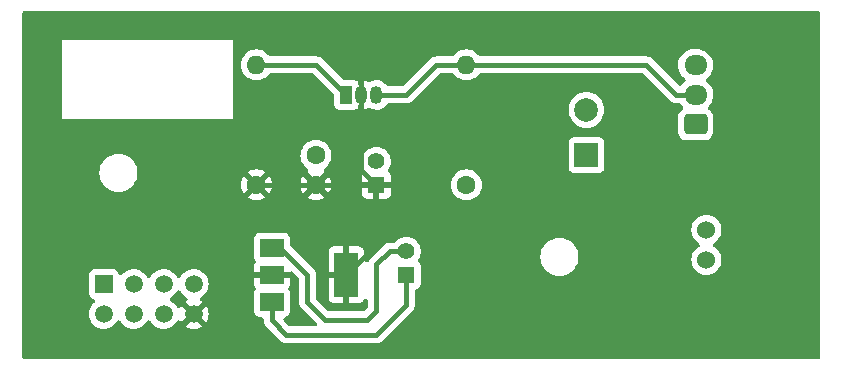
<source format=gbr>
%TF.GenerationSoftware,KiCad,Pcbnew,6.0.6-3a73a75311~116~ubuntu20.04.1*%
%TF.CreationDate,2022-07-22T13:51:24-05:00*%
%TF.ProjectId,esp_ha_integrator,6573705f-6861-45f6-996e-746567726174,rev?*%
%TF.SameCoordinates,PX6a95280PY6350ce0*%
%TF.FileFunction,Copper,L1,Top*%
%TF.FilePolarity,Positive*%
%FSLAX46Y46*%
G04 Gerber Fmt 4.6, Leading zero omitted, Abs format (unit mm)*
G04 Created by KiCad (PCBNEW 6.0.6-3a73a75311~116~ubuntu20.04.1) date 2022-07-22 13:51:24*
%MOMM*%
%LPD*%
G01*
G04 APERTURE LIST*
G04 Aperture macros list*
%AMRoundRect*
0 Rectangle with rounded corners*
0 $1 Rounding radius*
0 $2 $3 $4 $5 $6 $7 $8 $9 X,Y pos of 4 corners*
0 Add a 4 corners polygon primitive as box body*
4,1,4,$2,$3,$4,$5,$6,$7,$8,$9,$2,$3,0*
0 Add four circle primitives for the rounded corners*
1,1,$1+$1,$2,$3*
1,1,$1+$1,$4,$5*
1,1,$1+$1,$6,$7*
1,1,$1+$1,$8,$9*
0 Add four rect primitives between the rounded corners*
20,1,$1+$1,$2,$3,$4,$5,0*
20,1,$1+$1,$4,$5,$6,$7,0*
20,1,$1+$1,$6,$7,$8,$9,0*
20,1,$1+$1,$8,$9,$2,$3,0*%
G04 Aperture macros list end*
%TA.AperFunction,ComponentPad*%
%ADD10R,1.500000X1.500000*%
%TD*%
%TA.AperFunction,ComponentPad*%
%ADD11C,1.500000*%
%TD*%
%TA.AperFunction,ComponentPad*%
%ADD12RoundRect,0.250000X0.725000X-0.600000X0.725000X0.600000X-0.725000X0.600000X-0.725000X-0.600000X0*%
%TD*%
%TA.AperFunction,ComponentPad*%
%ADD13O,1.950000X1.700000*%
%TD*%
%TA.AperFunction,ComponentPad*%
%ADD14C,1.524000*%
%TD*%
%TA.AperFunction,ComponentPad*%
%ADD15R,1.050000X1.500000*%
%TD*%
%TA.AperFunction,ComponentPad*%
%ADD16O,1.050000X1.500000*%
%TD*%
%TA.AperFunction,ComponentPad*%
%ADD17C,1.600000*%
%TD*%
%TA.AperFunction,ComponentPad*%
%ADD18O,1.600000X1.600000*%
%TD*%
%TA.AperFunction,ComponentPad*%
%ADD19R,1.400000X1.400000*%
%TD*%
%TA.AperFunction,ComponentPad*%
%ADD20C,1.400000*%
%TD*%
%TA.AperFunction,ComponentPad*%
%ADD21R,2.000000X2.000000*%
%TD*%
%TA.AperFunction,ComponentPad*%
%ADD22C,2.000000*%
%TD*%
%TA.AperFunction,SMDPad,CuDef*%
%ADD23R,2.000000X1.500000*%
%TD*%
%TA.AperFunction,SMDPad,CuDef*%
%ADD24R,2.000000X3.800000*%
%TD*%
%TA.AperFunction,Conductor*%
%ADD25C,0.400000*%
%TD*%
G04 APERTURE END LIST*
D10*
%TO.P,U1,1,GND*%
%TO.N,GND*%
X7395000Y6840000D03*
D11*
%TO.P,U1,2,IO2*%
%TO.N,DataLow*%
X9935000Y6840000D03*
%TO.P,U1,3,IO0*%
%TO.N,unconnected-(U1-Pad3)*%
X12475000Y6840000D03*
%TO.P,U1,4,RXD*%
%TO.N,unconnected-(U1-Pad4)*%
X15015000Y6840000D03*
%TO.P,U1,5,TXD*%
%TO.N,unconnected-(U1-Pad5)*%
X7395000Y4300000D03*
%TO.P,U1,6,EN*%
%TO.N,unconnected-(U1-Pad6)*%
X9935000Y4300000D03*
%TO.P,U1,7,~{RST}*%
%TO.N,unconnected-(U1-Pad7)*%
X12475000Y4300000D03*
%TO.P,U1,8,VCC*%
%TO.N,+3V3*%
X15015000Y4300000D03*
%TD*%
D12*
%TO.P,J2,1,Pin_1*%
%TO.N,+5V*%
X57510000Y20360000D03*
D13*
%TO.P,J2,2,Pin_2*%
%TO.N,DataHigh*%
X57510000Y22860000D03*
%TO.P,J2,3,Pin_3*%
%TO.N,GND*%
X57510000Y25360000D03*
%TD*%
D14*
%TO.P,J1,1,Pin_1*%
%TO.N,GND*%
X58420000Y8900000D03*
%TO.P,J1,2,Pin_2*%
%TO.N,+5V*%
X58420000Y11420000D03*
%TD*%
D15*
%TO.P,Q1,1,S*%
%TO.N,DataLow*%
X27940000Y22860000D03*
D16*
%TO.P,Q1,2,G*%
%TO.N,+3V3*%
X29210000Y22860000D03*
%TO.P,Q1,3,D*%
%TO.N,DataHigh*%
X30480000Y22860000D03*
%TD*%
D17*
%TO.P,R2,1*%
%TO.N,+5V*%
X38100000Y15240000D03*
D18*
%TO.P,R2,2*%
%TO.N,DataHigh*%
X38100000Y25400000D03*
%TD*%
D19*
%TO.P,C3,1*%
%TO.N,+5V*%
X33020000Y7620000D03*
D20*
%TO.P,C3,2*%
%TO.N,GND*%
X33020000Y9620000D03*
%TD*%
D17*
%TO.P,C1,1*%
%TO.N,+3V3*%
X25360000Y15240000D03*
%TO.P,C1,2*%
%TO.N,GND*%
X25360000Y17740000D03*
%TD*%
D19*
%TO.P,C2,1*%
%TO.N,+3V3*%
X30480000Y15240000D03*
D20*
%TO.P,C2,2*%
%TO.N,GND*%
X30480000Y17240000D03*
%TD*%
D21*
%TO.P,C4,1*%
%TO.N,+5V*%
X48260000Y17780000D03*
D22*
%TO.P,C4,2*%
%TO.N,GND*%
X48260000Y21580000D03*
%TD*%
D17*
%TO.P,R1,1*%
%TO.N,+3V3*%
X20320000Y15240000D03*
D18*
%TO.P,R1,2*%
%TO.N,DataLow*%
X20320000Y25400000D03*
%TD*%
D23*
%TO.P,U2,1,GND*%
%TO.N,GND*%
X21640000Y9920000D03*
%TO.P,U2,2,VO*%
%TO.N,+3V3*%
X21640000Y7620000D03*
D24*
X27940000Y7620000D03*
D23*
%TO.P,U2,3,VI*%
%TO.N,+5V*%
X21640000Y5320000D03*
%TD*%
D25*
%TO.N,+3V3*%
X25360000Y15240000D02*
X20320000Y15240000D01*
X30480000Y15240000D02*
X30480000Y10160000D01*
X29210000Y21590000D02*
X29210000Y16510000D01*
X30480000Y15240000D02*
X25360000Y15240000D01*
X29210000Y22860000D02*
X29210000Y21590000D01*
X30480000Y10160000D02*
X27940000Y7620000D01*
X29210000Y16510000D02*
X30480000Y15240000D01*
%TO.N,GND*%
X26162000Y3810000D02*
X29718000Y3810000D01*
X30480000Y8509000D02*
X31591000Y9620000D01*
X22338000Y9920000D02*
X24638000Y7620000D01*
X21640000Y9920000D02*
X22338000Y9920000D01*
X31591000Y9620000D02*
X33020000Y9620000D01*
X24638000Y7620000D02*
X24638000Y5334000D01*
X29718000Y3810000D02*
X30480000Y4572000D01*
X24638000Y5334000D02*
X26162000Y3810000D01*
X30480000Y4572000D02*
X30480000Y8509000D01*
%TO.N,DataHigh*%
X30480000Y22860000D02*
X33020000Y22860000D01*
X55880000Y22860000D02*
X53340000Y25400000D01*
X53340000Y25400000D02*
X38100000Y25400000D01*
X57510000Y22860000D02*
X55880000Y22860000D01*
X35560000Y25400000D02*
X38100000Y25400000D01*
X33020000Y22860000D02*
X35560000Y25400000D01*
%TO.N,DataLow*%
X27940000Y22860000D02*
X25400000Y25400000D01*
X25400000Y25400000D02*
X20320000Y25400000D01*
%TO.N,+5V*%
X33020000Y5080000D02*
X30480000Y2540000D01*
X33020000Y7620000D02*
X33020000Y5080000D01*
X22860000Y2540000D02*
X21640000Y3760000D01*
X21640000Y3760000D02*
X21640000Y5320000D01*
X30480000Y2540000D02*
X22860000Y2540000D01*
%TD*%
%TA.AperFunction,Conductor*%
%TO.N,+3V3*%
G36*
X67958843Y29951793D02*
G01*
X68028084Y29896574D01*
X68066511Y29816782D01*
X68071500Y29772500D01*
X68071500Y707500D01*
X68051793Y621157D01*
X67996574Y551916D01*
X67916782Y513489D01*
X67872500Y508500D01*
X707500Y508500D01*
X621157Y528207D01*
X551916Y583426D01*
X513489Y663218D01*
X508500Y707500D01*
X508500Y4300000D01*
X6131693Y4300000D01*
X6132450Y4291348D01*
X6132450Y4291347D01*
X6149677Y4094439D01*
X6150885Y4080629D01*
X6159943Y4046826D01*
X6205631Y3876315D01*
X6205633Y3876309D01*
X6207880Y3867924D01*
X6300944Y3668347D01*
X6427251Y3487962D01*
X6582962Y3332251D01*
X6763346Y3205944D01*
X6962924Y3112880D01*
X6971312Y3110633D01*
X6971313Y3110632D01*
X7021377Y3097217D01*
X7175629Y3055885D01*
X7184274Y3055129D01*
X7184278Y3055128D01*
X7386347Y3037450D01*
X7395000Y3036693D01*
X7403653Y3037450D01*
X7605722Y3055128D01*
X7605726Y3055129D01*
X7614371Y3055885D01*
X7768623Y3097217D01*
X7818687Y3110632D01*
X7818688Y3110633D01*
X7827076Y3112880D01*
X8026654Y3205944D01*
X8207038Y3332251D01*
X8362749Y3487962D01*
X8489056Y3668347D01*
X8492687Y3676134D01*
X8552898Y3741027D01*
X8635339Y3773383D01*
X8723655Y3766765D01*
X8800353Y3722484D01*
X8837307Y3676146D01*
X8840944Y3668347D01*
X8967251Y3487962D01*
X9122962Y3332251D01*
X9303346Y3205944D01*
X9502924Y3112880D01*
X9511312Y3110633D01*
X9511313Y3110632D01*
X9561377Y3097217D01*
X9715629Y3055885D01*
X9724274Y3055129D01*
X9724278Y3055128D01*
X9926347Y3037450D01*
X9935000Y3036693D01*
X9943653Y3037450D01*
X10145722Y3055128D01*
X10145726Y3055129D01*
X10154371Y3055885D01*
X10308623Y3097217D01*
X10358687Y3110632D01*
X10358688Y3110633D01*
X10367076Y3112880D01*
X10566654Y3205944D01*
X10747038Y3332251D01*
X10902749Y3487962D01*
X11029056Y3668347D01*
X11032687Y3676134D01*
X11092898Y3741027D01*
X11175339Y3773383D01*
X11263655Y3766765D01*
X11340353Y3722484D01*
X11377307Y3676146D01*
X11380944Y3668347D01*
X11507251Y3487962D01*
X11662962Y3332251D01*
X11843346Y3205944D01*
X12042924Y3112880D01*
X12051312Y3110633D01*
X12051313Y3110632D01*
X12101377Y3097217D01*
X12255629Y3055885D01*
X12264274Y3055129D01*
X12264278Y3055128D01*
X12466347Y3037450D01*
X12475000Y3036693D01*
X12483653Y3037450D01*
X12685722Y3055128D01*
X12685726Y3055129D01*
X12694371Y3055885D01*
X12848623Y3097217D01*
X12898687Y3110632D01*
X12898688Y3110633D01*
X12907076Y3112880D01*
X13106654Y3205944D01*
X13167456Y3248518D01*
X14328727Y3248518D01*
X14339323Y3237380D01*
X14376476Y3211365D01*
X14391477Y3202704D01*
X14575223Y3117022D01*
X14591487Y3111102D01*
X14787321Y3058629D01*
X14804370Y3055623D01*
X15006348Y3037952D01*
X15023652Y3037952D01*
X15225630Y3055623D01*
X15242679Y3058629D01*
X15438513Y3111102D01*
X15454777Y3117022D01*
X15638523Y3202704D01*
X15653524Y3211365D01*
X15688623Y3235942D01*
X15701409Y3250071D01*
X15692907Y3262882D01*
X15030855Y3924935D01*
X15014380Y3935287D01*
X15006869Y3932659D01*
X14338868Y3264657D01*
X14328727Y3248518D01*
X13167456Y3248518D01*
X13287038Y3332251D01*
X13442749Y3487962D01*
X13569056Y3668347D01*
X13572728Y3676222D01*
X13572951Y3676608D01*
X13633189Y3741529D01*
X13715630Y3773885D01*
X13803946Y3767267D01*
X13880644Y3722986D01*
X13917629Y3676608D01*
X13926364Y3661479D01*
X13950939Y3626381D01*
X13965072Y3613592D01*
X13977884Y3622094D01*
X14639935Y4284145D01*
X14649508Y4299380D01*
X15379713Y4299380D01*
X15382341Y4291869D01*
X16050343Y3623868D01*
X16066482Y3613727D01*
X16077621Y3624325D01*
X16103636Y3661478D01*
X16112293Y3676472D01*
X16197978Y3860223D01*
X16203898Y3876489D01*
X16256371Y4072321D01*
X16259377Y4089370D01*
X16277048Y4291348D01*
X16277048Y4308652D01*
X16259377Y4510630D01*
X16257396Y4521866D01*
X20131500Y4521866D01*
X20132082Y4516511D01*
X20132082Y4516506D01*
X20134119Y4497760D01*
X20138255Y4459684D01*
X20189385Y4323295D01*
X20276739Y4206739D01*
X20393295Y4119385D01*
X20529684Y4068255D01*
X20567760Y4064119D01*
X20586506Y4062082D01*
X20586511Y4062082D01*
X20591866Y4061500D01*
X20732500Y4061500D01*
X20818843Y4041793D01*
X20888084Y3986574D01*
X20926511Y3906782D01*
X20931500Y3862500D01*
X20931500Y3791398D01*
X20931039Y3777864D01*
X20927275Y3722648D01*
X20929337Y3710834D01*
X20937930Y3661597D01*
X20939452Y3651290D01*
X20946898Y3589758D01*
X20951142Y3578527D01*
X20952754Y3571964D01*
X20954694Y3565540D01*
X20956757Y3553716D01*
X20981675Y3496952D01*
X20985602Y3487328D01*
X21003271Y3440568D01*
X21003274Y3440562D01*
X21007513Y3429344D01*
X21014307Y3419458D01*
X21017430Y3413484D01*
X21020862Y3407681D01*
X21025685Y3396695D01*
X21032988Y3387178D01*
X21063418Y3347521D01*
X21069542Y3339092D01*
X21104643Y3288019D01*
X21119656Y3274643D01*
X21149602Y3247962D01*
X21157935Y3240095D01*
X22336799Y2061231D01*
X22346044Y2051335D01*
X22382439Y2009615D01*
X22433144Y1973979D01*
X22441496Y1967776D01*
X22480836Y1936929D01*
X22480840Y1936926D01*
X22490282Y1929523D01*
X22501216Y1924586D01*
X22506980Y1921095D01*
X22512925Y1917908D01*
X22522739Y1911010D01*
X22533914Y1906653D01*
X22580486Y1888495D01*
X22590086Y1884459D01*
X22635635Y1863894D01*
X22646574Y1858955D01*
X22658371Y1856769D01*
X22664822Y1854747D01*
X22671337Y1853074D01*
X22682509Y1848718D01*
X22694397Y1847153D01*
X22694401Y1847152D01*
X22722183Y1843495D01*
X22743986Y1840625D01*
X22754236Y1839001D01*
X22815187Y1827704D01*
X22875299Y1831170D01*
X22886755Y1831500D01*
X30448602Y1831500D01*
X30462136Y1831039D01*
X30480414Y1829793D01*
X30517352Y1827275D01*
X30578404Y1837930D01*
X30588710Y1839452D01*
X30592809Y1839948D01*
X30650242Y1846898D01*
X30661473Y1851142D01*
X30668036Y1852754D01*
X30674460Y1854694D01*
X30686284Y1856757D01*
X30743048Y1881675D01*
X30752672Y1885602D01*
X30799432Y1903271D01*
X30799438Y1903274D01*
X30810656Y1907513D01*
X30820542Y1914307D01*
X30826516Y1917430D01*
X30832319Y1920862D01*
X30843305Y1925685D01*
X30892479Y1963418D01*
X30900908Y1969542D01*
X30909632Y1975538D01*
X30951981Y2004643D01*
X30992038Y2049602D01*
X30999905Y2057935D01*
X33498777Y4556806D01*
X33508673Y4566051D01*
X33541344Y4594552D01*
X33550385Y4602439D01*
X33586019Y4653141D01*
X33592227Y4661500D01*
X33623075Y4700842D01*
X33623077Y4700846D01*
X33630476Y4710282D01*
X33635412Y4721215D01*
X33638907Y4726986D01*
X33642090Y4732922D01*
X33648990Y4742739D01*
X33653347Y4753915D01*
X33653350Y4753920D01*
X33671507Y4800490D01*
X33675544Y4810094D01*
X33696107Y4855635D01*
X33696109Y4855641D01*
X33701045Y4866573D01*
X33703232Y4878373D01*
X33705248Y4884808D01*
X33706922Y4891327D01*
X33711282Y4902509D01*
X33717257Y4947898D01*
X33719373Y4963968D01*
X33721003Y4974257D01*
X33730110Y5023393D01*
X33730110Y5023399D01*
X33732295Y5035186D01*
X33728830Y5095282D01*
X33728500Y5106737D01*
X33728500Y6242163D01*
X33748207Y6328506D01*
X33803426Y6397747D01*
X33857645Y6428500D01*
X33881661Y6437504D01*
X33966705Y6469385D01*
X34083261Y6556739D01*
X34170615Y6673295D01*
X34221745Y6809684D01*
X34228500Y6871866D01*
X34228500Y8368134D01*
X34227170Y8380383D01*
X34223789Y8411498D01*
X34221745Y8430316D01*
X34170615Y8566705D01*
X34083261Y8683261D01*
X34071918Y8691762D01*
X34061892Y8701788D01*
X34063820Y8703716D01*
X34020231Y8755129D01*
X33997940Y8840841D01*
X34015045Y8927736D01*
X34033835Y8960951D01*
X34070589Y9013442D01*
X34131469Y9144000D01*
X44360526Y9144000D01*
X44380391Y8891597D01*
X44382216Y8883996D01*
X44382216Y8883995D01*
X44435632Y8661500D01*
X44439495Y8645409D01*
X44536384Y8411498D01*
X44668672Y8195624D01*
X44673748Y8189681D01*
X44673750Y8189678D01*
X44808326Y8032111D01*
X44833102Y8003102D01*
X44839044Y7998027D01*
X45014643Y7848051D01*
X45025624Y7838672D01*
X45241498Y7706384D01*
X45475409Y7609495D01*
X45483008Y7607671D01*
X45483013Y7607669D01*
X45713995Y7552216D01*
X45721597Y7550391D01*
X45809330Y7543486D01*
X45906909Y7535806D01*
X45906917Y7535806D01*
X45910801Y7535500D01*
X46037199Y7535500D01*
X46041083Y7535806D01*
X46041091Y7535806D01*
X46138670Y7543486D01*
X46226403Y7550391D01*
X46234005Y7552216D01*
X46464987Y7607669D01*
X46464992Y7607671D01*
X46472591Y7609495D01*
X46706502Y7706384D01*
X46922376Y7838672D01*
X46933358Y7848051D01*
X47108956Y7998027D01*
X47114898Y8003102D01*
X47139674Y8032111D01*
X47274250Y8189678D01*
X47274252Y8189681D01*
X47279328Y8195624D01*
X47411616Y8411498D01*
X47508505Y8645409D01*
X47512369Y8661500D01*
X47565784Y8883995D01*
X47565784Y8883996D01*
X47567609Y8891597D01*
X47568270Y8900000D01*
X57144647Y8900000D01*
X57145404Y8891347D01*
X57159935Y8725258D01*
X57164022Y8678537D01*
X57166269Y8670150D01*
X57166270Y8670146D01*
X57196896Y8555851D01*
X57221560Y8463804D01*
X57315512Y8262324D01*
X57443023Y8080219D01*
X57600219Y7923023D01*
X57726521Y7834585D01*
X57773626Y7801602D01*
X57782323Y7795512D01*
X57983804Y7701560D01*
X57992201Y7699310D01*
X58190146Y7646270D01*
X58190150Y7646269D01*
X58198537Y7644022D01*
X58207186Y7643265D01*
X58207188Y7643265D01*
X58411347Y7625404D01*
X58420000Y7624647D01*
X58428653Y7625404D01*
X58632812Y7643265D01*
X58632814Y7643265D01*
X58641463Y7644022D01*
X58649850Y7646269D01*
X58649854Y7646270D01*
X58847799Y7699310D01*
X58856196Y7701560D01*
X59057677Y7795512D01*
X59066375Y7801602D01*
X59113479Y7834585D01*
X59239781Y7923023D01*
X59396977Y8080219D01*
X59524488Y8262324D01*
X59618440Y8463804D01*
X59643104Y8555851D01*
X59673730Y8670146D01*
X59673731Y8670150D01*
X59675978Y8678537D01*
X59680066Y8725258D01*
X59694596Y8891347D01*
X59695353Y8900000D01*
X59692948Y8927485D01*
X59676735Y9112812D01*
X59676735Y9112814D01*
X59675978Y9121463D01*
X59672027Y9136211D01*
X59620690Y9327799D01*
X59618440Y9336196D01*
X59524488Y9537676D01*
X59396977Y9719781D01*
X59239781Y9876977D01*
X59068387Y9996989D01*
X59008963Y10062657D01*
X58983915Y10147604D01*
X58998206Y10235007D01*
X59049004Y10307554D01*
X59068387Y10323011D01*
X59123124Y10361339D01*
X59239781Y10443023D01*
X59396977Y10600219D01*
X59524488Y10782324D01*
X59618440Y10983804D01*
X59675978Y11198537D01*
X59695353Y11420000D01*
X59675978Y11641463D01*
X59618440Y11856196D01*
X59524488Y12057676D01*
X59396977Y12239781D01*
X59239781Y12396977D01*
X59057677Y12524488D01*
X58856196Y12618440D01*
X58847799Y12620690D01*
X58649854Y12673730D01*
X58649850Y12673731D01*
X58641463Y12675978D01*
X58632814Y12676735D01*
X58632812Y12676735D01*
X58428653Y12694596D01*
X58420000Y12695353D01*
X58411347Y12694596D01*
X58207188Y12676735D01*
X58207186Y12676735D01*
X58198537Y12675978D01*
X58190150Y12673731D01*
X58190146Y12673730D01*
X57992201Y12620690D01*
X57983804Y12618440D01*
X57782324Y12524488D01*
X57600219Y12396977D01*
X57443023Y12239781D01*
X57315512Y12057676D01*
X57221560Y11856196D01*
X57164022Y11641463D01*
X57144647Y11420000D01*
X57164022Y11198537D01*
X57221560Y10983804D01*
X57315512Y10782324D01*
X57443023Y10600219D01*
X57600219Y10443023D01*
X57771615Y10323010D01*
X57831038Y10257344D01*
X57856086Y10172396D01*
X57841795Y10084994D01*
X57790997Y10012447D01*
X57771614Y9996989D01*
X57600219Y9876977D01*
X57443023Y9719781D01*
X57315512Y9537676D01*
X57221560Y9336196D01*
X57219310Y9327799D01*
X57167974Y9136211D01*
X57164022Y9121463D01*
X57163265Y9112814D01*
X57163265Y9112812D01*
X57147052Y8927485D01*
X57144647Y8900000D01*
X47568270Y8900000D01*
X47587474Y9144000D01*
X47567609Y9396403D01*
X47562425Y9417997D01*
X47510331Y9634987D01*
X47510329Y9634992D01*
X47508505Y9642591D01*
X47411616Y9876502D01*
X47279328Y10092376D01*
X47248756Y10128172D01*
X47119973Y10278956D01*
X47114898Y10284898D01*
X47089643Y10306468D01*
X46928322Y10444250D01*
X46928319Y10444252D01*
X46922376Y10449328D01*
X46706502Y10581616D01*
X46472591Y10678505D01*
X46464992Y10680329D01*
X46464987Y10680331D01*
X46234005Y10735784D01*
X46234004Y10735784D01*
X46226403Y10737609D01*
X46138670Y10744514D01*
X46041091Y10752194D01*
X46041083Y10752194D01*
X46037199Y10752500D01*
X45910801Y10752500D01*
X45906917Y10752194D01*
X45906909Y10752194D01*
X45809330Y10744514D01*
X45721597Y10737609D01*
X45713996Y10735784D01*
X45713995Y10735784D01*
X45483013Y10680331D01*
X45483008Y10680329D01*
X45475409Y10678505D01*
X45241498Y10581616D01*
X45025624Y10449328D01*
X45019681Y10444252D01*
X45019678Y10444250D01*
X44858357Y10306468D01*
X44833102Y10284898D01*
X44828027Y10278956D01*
X44699245Y10128172D01*
X44668672Y10092376D01*
X44536384Y9876502D01*
X44439495Y9642591D01*
X44437671Y9634992D01*
X44437669Y9634987D01*
X44385575Y9417997D01*
X44380391Y9396403D01*
X44360526Y9144000D01*
X34131469Y9144000D01*
X34159956Y9205090D01*
X34197197Y9344074D01*
X34212438Y9400954D01*
X34212439Y9400958D01*
X34214686Y9409345D01*
X34233116Y9620000D01*
X34224386Y9719781D01*
X34215443Y9822003D01*
X34215443Y9822004D01*
X34214686Y9830655D01*
X34203726Y9871561D01*
X34162206Y10026513D01*
X34159956Y10034910D01*
X34070589Y10226558D01*
X34065605Y10233676D01*
X34065602Y10233681D01*
X33954287Y10392656D01*
X33954284Y10392660D01*
X33949301Y10399776D01*
X33799776Y10549301D01*
X33792660Y10554284D01*
X33792656Y10554287D01*
X33633681Y10665602D01*
X33633676Y10665605D01*
X33626558Y10670589D01*
X33530734Y10715273D01*
X33442789Y10756282D01*
X33434910Y10759956D01*
X33405214Y10767913D01*
X33239046Y10812438D01*
X33239042Y10812439D01*
X33230655Y10814686D01*
X33222004Y10815443D01*
X33222003Y10815443D01*
X33028653Y10832359D01*
X33020000Y10833116D01*
X33011347Y10832359D01*
X32817997Y10815443D01*
X32817996Y10815443D01*
X32809345Y10814686D01*
X32800958Y10812439D01*
X32800954Y10812438D01*
X32634786Y10767913D01*
X32605090Y10759956D01*
X32597211Y10756282D01*
X32509266Y10715273D01*
X32413442Y10670589D01*
X32406324Y10665605D01*
X32406319Y10665602D01*
X32247344Y10554287D01*
X32247340Y10554284D01*
X32240224Y10549301D01*
X32090699Y10399776D01*
X32089479Y10398034D01*
X32020930Y10346110D01*
X31939085Y10328500D01*
X31622398Y10328500D01*
X31608864Y10328961D01*
X31590586Y10330207D01*
X31553648Y10332725D01*
X31529440Y10328500D01*
X31492603Y10322071D01*
X31482296Y10320549D01*
X31466702Y10318662D01*
X31420758Y10313102D01*
X31409534Y10308861D01*
X31402997Y10307255D01*
X31396537Y10305305D01*
X31384716Y10303242D01*
X31327937Y10278318D01*
X31318353Y10274407D01*
X31260344Y10252487D01*
X31250453Y10245689D01*
X31244487Y10242570D01*
X31238686Y10239140D01*
X31227695Y10234315D01*
X31218176Y10227010D01*
X31218175Y10227010D01*
X31178521Y10196582D01*
X31170092Y10190458D01*
X31119019Y10155357D01*
X31111038Y10146399D01*
X31078962Y10110398D01*
X31071095Y10102065D01*
X30001231Y9032201D01*
X29991335Y9022956D01*
X29949615Y8986561D01*
X29942717Y8976746D01*
X29942715Y8976744D01*
X29913972Y8935847D01*
X29907762Y8927485D01*
X29869524Y8878718D01*
X29864588Y8867785D01*
X29861094Y8862016D01*
X29857910Y8856078D01*
X29851010Y8846261D01*
X29846653Y8835085D01*
X29846650Y8835080D01*
X29832405Y8798544D01*
X29782680Y8725258D01*
X29706081Y8680805D01*
X29617780Y8673989D01*
X29535267Y8706160D01*
X29474883Y8770946D01*
X29448589Y8855517D01*
X29447999Y8870832D01*
X29447999Y9562696D01*
X29447416Y9573453D01*
X29442600Y9617799D01*
X29436872Y9641890D01*
X29395147Y9753191D01*
X29381672Y9777804D01*
X29311405Y9871561D01*
X29291561Y9891405D01*
X29197804Y9961672D01*
X29173191Y9975147D01*
X29061887Y10016873D01*
X29037804Y10022599D01*
X28993449Y10027418D01*
X28982699Y10028000D01*
X28216423Y10028000D01*
X28197453Y10023670D01*
X28194000Y10016500D01*
X28194000Y5234424D01*
X28198330Y5215454D01*
X28205500Y5212001D01*
X28982696Y5212001D01*
X28993453Y5212584D01*
X29037799Y5217400D01*
X29061890Y5223128D01*
X29173191Y5264853D01*
X29197804Y5278328D01*
X29291561Y5348595D01*
X29311405Y5368439D01*
X29381670Y5462193D01*
X29397948Y5491926D01*
X29456699Y5558197D01*
X29538385Y5592415D01*
X29626828Y5587802D01*
X29704511Y5545271D01*
X29756047Y5473247D01*
X29771500Y5396361D01*
X29771500Y4947898D01*
X29751793Y4861555D01*
X29713214Y4807184D01*
X29482816Y4576786D01*
X29407828Y4529667D01*
X29342102Y4518500D01*
X26537898Y4518500D01*
X26451555Y4538207D01*
X26397184Y4576786D01*
X25404786Y5569184D01*
X25357667Y5644172D01*
X25352038Y5677304D01*
X26432001Y5677304D01*
X26432584Y5666547D01*
X26437400Y5622201D01*
X26443128Y5598110D01*
X26484853Y5486809D01*
X26498328Y5462196D01*
X26568595Y5368439D01*
X26588439Y5348595D01*
X26682196Y5278328D01*
X26706809Y5264853D01*
X26818113Y5223127D01*
X26842196Y5217401D01*
X26886551Y5212582D01*
X26897301Y5212000D01*
X27663577Y5212000D01*
X27682547Y5216330D01*
X27686000Y5223500D01*
X27686000Y7343577D01*
X27681670Y7362547D01*
X27674500Y7366000D01*
X26454424Y7366000D01*
X26435454Y7361670D01*
X26432001Y7354500D01*
X26432001Y5677304D01*
X25352038Y5677304D01*
X25346500Y5709898D01*
X25346500Y7588602D01*
X25346961Y7602136D01*
X25349909Y7645384D01*
X25350725Y7657352D01*
X25342368Y7705234D01*
X25340071Y7718397D01*
X25338549Y7728704D01*
X25332543Y7778332D01*
X25331102Y7790242D01*
X25326861Y7801466D01*
X25325255Y7808003D01*
X25323305Y7814463D01*
X25321242Y7826284D01*
X25296318Y7883063D01*
X25292407Y7892647D01*
X25290980Y7896423D01*
X26432000Y7896423D01*
X26436330Y7877453D01*
X26443500Y7874000D01*
X27663577Y7874000D01*
X27682547Y7878330D01*
X27686000Y7885500D01*
X27686000Y10005576D01*
X27681670Y10024546D01*
X27674500Y10027999D01*
X26897304Y10027999D01*
X26886547Y10027416D01*
X26842201Y10022600D01*
X26818110Y10016872D01*
X26706809Y9975147D01*
X26682196Y9961672D01*
X26588439Y9891405D01*
X26568595Y9871561D01*
X26498328Y9777804D01*
X26484853Y9753191D01*
X26443127Y9641887D01*
X26437401Y9617804D01*
X26432582Y9573449D01*
X26432000Y9562699D01*
X26432000Y7896423D01*
X25290980Y7896423D01*
X25270487Y7950656D01*
X25263689Y7960547D01*
X25260570Y7966513D01*
X25257140Y7972314D01*
X25252315Y7983305D01*
X25237124Y8003102D01*
X25214582Y8032479D01*
X25208458Y8040908D01*
X25185665Y8074072D01*
X25173357Y8091981D01*
X25128398Y8132038D01*
X25120065Y8139905D01*
X23206786Y10053184D01*
X23159667Y10128172D01*
X23148500Y10193898D01*
X23148500Y10718134D01*
X23141745Y10780316D01*
X23090615Y10916705D01*
X23003261Y11033261D01*
X22886705Y11120615D01*
X22750316Y11171745D01*
X22712240Y11175881D01*
X22693494Y11177918D01*
X22693489Y11177918D01*
X22688134Y11178500D01*
X20591866Y11178500D01*
X20586511Y11177918D01*
X20586506Y11177918D01*
X20567760Y11175881D01*
X20529684Y11171745D01*
X20393295Y11120615D01*
X20276739Y11033261D01*
X20189385Y10916705D01*
X20138255Y10780316D01*
X20131500Y10718134D01*
X20131500Y9121866D01*
X20132082Y9116511D01*
X20132082Y9116506D01*
X20134119Y9097760D01*
X20138255Y9059684D01*
X20189385Y8923295D01*
X20215144Y8888925D01*
X20251154Y8808018D01*
X20248494Y8719495D01*
X20215141Y8650237D01*
X20198329Y8627806D01*
X20184853Y8603191D01*
X20143127Y8491887D01*
X20137401Y8467804D01*
X20132582Y8423449D01*
X20132000Y8412699D01*
X20132000Y7896423D01*
X20136330Y7877453D01*
X20143500Y7874000D01*
X23125576Y7874000D01*
X23158460Y7881505D01*
X23215400Y7908927D01*
X23303964Y7908928D01*
X23383757Y7870503D01*
X23400398Y7855631D01*
X23871214Y7384815D01*
X23918333Y7309827D01*
X23929500Y7244101D01*
X23929500Y5365398D01*
X23929039Y5351864D01*
X23925275Y5296648D01*
X23935930Y5235597D01*
X23937452Y5225290D01*
X23944898Y5163758D01*
X23949142Y5152527D01*
X23950754Y5145964D01*
X23952694Y5139540D01*
X23954757Y5127716D01*
X23979675Y5070952D01*
X23983602Y5061328D01*
X24001271Y5014568D01*
X24001274Y5014562D01*
X24005513Y5003344D01*
X24012307Y4993458D01*
X24015430Y4987484D01*
X24018862Y4981681D01*
X24023685Y4970695D01*
X24030988Y4961178D01*
X24061418Y4921521D01*
X24067542Y4913092D01*
X24102643Y4862019D01*
X24135513Y4832733D01*
X24147602Y4821962D01*
X24155935Y4814095D01*
X25381815Y3588214D01*
X25428934Y3513225D01*
X25438850Y3425219D01*
X25409599Y3341626D01*
X25346975Y3279002D01*
X25263382Y3249751D01*
X25241101Y3248500D01*
X23235899Y3248500D01*
X23149556Y3268207D01*
X23095185Y3306786D01*
X22664357Y3737614D01*
X22617238Y3812602D01*
X22607322Y3900609D01*
X22636573Y3984202D01*
X22699197Y4046826D01*
X22750264Y4068249D01*
X22750316Y4068255D01*
X22761997Y4072634D01*
X22762001Y4072635D01*
X22841704Y4102515D01*
X22886705Y4119385D01*
X23003261Y4206739D01*
X23090615Y4323295D01*
X23141745Y4459684D01*
X23145881Y4497760D01*
X23147918Y4516506D01*
X23147918Y4516511D01*
X23148500Y4521866D01*
X23148500Y6118134D01*
X23141745Y6180316D01*
X23090615Y6316705D01*
X23064856Y6351075D01*
X23028846Y6431982D01*
X23031506Y6520505D01*
X23064859Y6589763D01*
X23081671Y6612194D01*
X23095147Y6636809D01*
X23136873Y6748113D01*
X23142599Y6772196D01*
X23147418Y6816551D01*
X23148000Y6827301D01*
X23148000Y7343577D01*
X23143670Y7362547D01*
X23136500Y7366000D01*
X20154424Y7366000D01*
X20135454Y7361670D01*
X20132001Y7354500D01*
X20132001Y6827304D01*
X20132584Y6816547D01*
X20137400Y6772201D01*
X20143128Y6748110D01*
X20184853Y6636809D01*
X20198329Y6612194D01*
X20215141Y6589763D01*
X20251154Y6508853D01*
X20248494Y6420329D01*
X20215144Y6351075D01*
X20189385Y6316705D01*
X20138255Y6180316D01*
X20131500Y6118134D01*
X20131500Y4521866D01*
X16257396Y4521866D01*
X16256371Y4527679D01*
X16203898Y4723511D01*
X16197978Y4739777D01*
X16112293Y4923528D01*
X16103636Y4938522D01*
X16079061Y4973619D01*
X16064928Y4986408D01*
X16052116Y4977906D01*
X15390065Y4315855D01*
X15379713Y4299380D01*
X14649508Y4299380D01*
X14650287Y4300620D01*
X14647659Y4308131D01*
X13979657Y4976132D01*
X13963518Y4986273D01*
X13952379Y4975675D01*
X13926364Y4938521D01*
X13917629Y4923392D01*
X13857391Y4858470D01*
X13774949Y4826115D01*
X13686634Y4832733D01*
X13609936Y4877015D01*
X13572951Y4923392D01*
X13572728Y4923778D01*
X13569056Y4931653D01*
X13442749Y5112038D01*
X13287038Y5267749D01*
X13106654Y5394056D01*
X13098867Y5397687D01*
X13033973Y5457901D01*
X13001618Y5540343D01*
X13008238Y5628659D01*
X13052520Y5705356D01*
X13098856Y5742308D01*
X13106654Y5745944D01*
X13287038Y5872251D01*
X13442749Y6027962D01*
X13569056Y6208347D01*
X13572687Y6216134D01*
X13632898Y6281027D01*
X13715339Y6313383D01*
X13803655Y6306765D01*
X13880353Y6262484D01*
X13917307Y6216146D01*
X13920944Y6208347D01*
X14047251Y6027962D01*
X14202962Y5872251D01*
X14383346Y5745944D01*
X14391221Y5742272D01*
X14391607Y5742049D01*
X14456528Y5681811D01*
X14488884Y5599370D01*
X14482266Y5511054D01*
X14437985Y5434356D01*
X14391610Y5397373D01*
X14376482Y5388639D01*
X14341381Y5364061D01*
X14328592Y5349928D01*
X14337094Y5337116D01*
X14999145Y4675065D01*
X15015620Y4664713D01*
X15023131Y4667341D01*
X15691132Y5335343D01*
X15701273Y5351482D01*
X15690677Y5362620D01*
X15653524Y5388635D01*
X15638394Y5397370D01*
X15573472Y5457609D01*
X15541116Y5540050D01*
X15547734Y5628365D01*
X15592015Y5705064D01*
X15638393Y5742049D01*
X15638779Y5742272D01*
X15646654Y5745944D01*
X15827038Y5872251D01*
X15982749Y6027962D01*
X16080744Y6167913D01*
X16104070Y6201226D01*
X16104071Y6201227D01*
X16109056Y6208347D01*
X16188977Y6379738D01*
X16198448Y6400049D01*
X16198449Y6400051D01*
X16202120Y6407924D01*
X16204367Y6416309D01*
X16204369Y6416315D01*
X16250844Y6589763D01*
X16259115Y6620629D01*
X16278307Y6840000D01*
X16259115Y7059371D01*
X16209616Y7244101D01*
X16204369Y7263685D01*
X16204367Y7263691D01*
X16202120Y7272076D01*
X16184517Y7309827D01*
X16112730Y7463773D01*
X16109056Y7471653D01*
X15982749Y7652038D01*
X15827038Y7807749D01*
X15646654Y7934056D01*
X15447076Y8027120D01*
X15438688Y8029367D01*
X15438687Y8029368D01*
X15378142Y8045591D01*
X15234371Y8084115D01*
X15225726Y8084871D01*
X15225722Y8084872D01*
X15023653Y8102550D01*
X15015000Y8103307D01*
X15006347Y8102550D01*
X14804278Y8084872D01*
X14804274Y8084871D01*
X14795629Y8084115D01*
X14708263Y8060705D01*
X14591315Y8029369D01*
X14591309Y8029367D01*
X14582924Y8027120D01*
X14383347Y7934056D01*
X14376227Y7929071D01*
X14376226Y7929070D01*
X14347459Y7908927D01*
X14202962Y7807749D01*
X14047251Y7652038D01*
X13920944Y7471653D01*
X13917313Y7463866D01*
X13857102Y7398973D01*
X13774661Y7366617D01*
X13686345Y7373235D01*
X13609647Y7417516D01*
X13572693Y7463854D01*
X13569056Y7471653D01*
X13442749Y7652038D01*
X13287038Y7807749D01*
X13106654Y7934056D01*
X12907076Y8027120D01*
X12898688Y8029367D01*
X12898687Y8029368D01*
X12838142Y8045591D01*
X12694371Y8084115D01*
X12685726Y8084871D01*
X12685722Y8084872D01*
X12483653Y8102550D01*
X12475000Y8103307D01*
X12466347Y8102550D01*
X12264278Y8084872D01*
X12264274Y8084871D01*
X12255629Y8084115D01*
X12168263Y8060705D01*
X12051315Y8029369D01*
X12051309Y8029367D01*
X12042924Y8027120D01*
X11843347Y7934056D01*
X11836227Y7929071D01*
X11836226Y7929070D01*
X11807459Y7908927D01*
X11662962Y7807749D01*
X11507251Y7652038D01*
X11380944Y7471653D01*
X11377313Y7463866D01*
X11317102Y7398973D01*
X11234661Y7366617D01*
X11146345Y7373235D01*
X11069647Y7417516D01*
X11032693Y7463854D01*
X11029056Y7471653D01*
X10902749Y7652038D01*
X10747038Y7807749D01*
X10566654Y7934056D01*
X10367076Y8027120D01*
X10358688Y8029367D01*
X10358687Y8029368D01*
X10298142Y8045591D01*
X10154371Y8084115D01*
X10145726Y8084871D01*
X10145722Y8084872D01*
X9943653Y8102550D01*
X9935000Y8103307D01*
X9926347Y8102550D01*
X9724278Y8084872D01*
X9724274Y8084871D01*
X9715629Y8084115D01*
X9628263Y8060705D01*
X9511315Y8029369D01*
X9511309Y8029367D01*
X9502924Y8027120D01*
X9303347Y7934056D01*
X9296227Y7929071D01*
X9296226Y7929070D01*
X9267459Y7908927D01*
X9122962Y7807749D01*
X8967251Y7652038D01*
X8965348Y7653941D01*
X8907087Y7609794D01*
X8820282Y7592231D01*
X8734454Y7614070D01*
X8666601Y7670986D01*
X8638873Y7721315D01*
X8612435Y7791838D01*
X8595615Y7836705D01*
X8508261Y7953261D01*
X8391705Y8040615D01*
X8255316Y8091745D01*
X8217240Y8095881D01*
X8198494Y8097918D01*
X8198489Y8097918D01*
X8193134Y8098500D01*
X6596866Y8098500D01*
X6591511Y8097918D01*
X6591506Y8097918D01*
X6572760Y8095881D01*
X6534684Y8091745D01*
X6398295Y8040615D01*
X6281739Y7953261D01*
X6194385Y7836705D01*
X6143255Y7700316D01*
X6141908Y7687913D01*
X6137140Y7644022D01*
X6136500Y7638134D01*
X6136500Y6041866D01*
X6143255Y5979684D01*
X6194385Y5843295D01*
X6281739Y5726739D01*
X6398295Y5639385D01*
X6489411Y5605227D01*
X6513685Y5596127D01*
X6587615Y5547365D01*
X6633068Y5471354D01*
X6641039Y5383150D01*
X6609951Y5300223D01*
X6581929Y5268782D01*
X6582962Y5267749D01*
X6427251Y5112038D01*
X6381822Y5047159D01*
X6328282Y4970695D01*
X6300944Y4931653D01*
X6207880Y4732076D01*
X6205633Y4723691D01*
X6205631Y4723685D01*
X6179195Y4625024D01*
X6150885Y4519371D01*
X6131693Y4300000D01*
X508500Y4300000D01*
X508500Y14152618D01*
X19597826Y14152618D01*
X19608423Y14141479D01*
X19656381Y14107898D01*
X19671382Y14099238D01*
X19863050Y14009861D01*
X19879326Y14003937D01*
X20083610Y13949199D01*
X20100652Y13946194D01*
X20311347Y13927761D01*
X20328653Y13927761D01*
X20539348Y13946194D01*
X20556390Y13949199D01*
X20760674Y14003937D01*
X20776950Y14009861D01*
X20968618Y14099238D01*
X20983619Y14107898D01*
X21029524Y14140041D01*
X21040905Y14152618D01*
X24637826Y14152618D01*
X24648423Y14141479D01*
X24696381Y14107898D01*
X24711382Y14099238D01*
X24903050Y14009861D01*
X24919326Y14003937D01*
X25123610Y13949199D01*
X25140652Y13946194D01*
X25351347Y13927761D01*
X25368653Y13927761D01*
X25579348Y13946194D01*
X25596390Y13949199D01*
X25800674Y14003937D01*
X25816950Y14009861D01*
X26008618Y14099238D01*
X26023619Y14107898D01*
X26069524Y14140041D01*
X26082310Y14154171D01*
X26073807Y14166983D01*
X25743486Y14497304D01*
X29272001Y14497304D01*
X29272584Y14486547D01*
X29277400Y14442201D01*
X29283128Y14418110D01*
X29324853Y14306809D01*
X29338328Y14282196D01*
X29408595Y14188439D01*
X29428439Y14168595D01*
X29522196Y14098328D01*
X29546809Y14084853D01*
X29658113Y14043127D01*
X29682196Y14037401D01*
X29726551Y14032582D01*
X29737301Y14032000D01*
X30203577Y14032000D01*
X30222547Y14036330D01*
X30226000Y14043500D01*
X30226000Y14054424D01*
X30734000Y14054424D01*
X30738330Y14035454D01*
X30745500Y14032001D01*
X31222696Y14032001D01*
X31233453Y14032584D01*
X31277799Y14037400D01*
X31301890Y14043128D01*
X31413191Y14084853D01*
X31437804Y14098328D01*
X31531561Y14168595D01*
X31551405Y14188439D01*
X31621672Y14282196D01*
X31635147Y14306809D01*
X31676873Y14418113D01*
X31682599Y14442196D01*
X31687418Y14486551D01*
X31688000Y14497301D01*
X31688000Y14963577D01*
X31683670Y14982547D01*
X31676500Y14986000D01*
X30756423Y14986000D01*
X30737453Y14981670D01*
X30734000Y14974500D01*
X30734000Y14054424D01*
X30226000Y14054424D01*
X30226000Y14963577D01*
X30221670Y14982547D01*
X30214500Y14986000D01*
X29294424Y14986000D01*
X29275454Y14981670D01*
X29272001Y14974500D01*
X29272001Y14497304D01*
X25743486Y14497304D01*
X25375855Y14864935D01*
X25359380Y14875287D01*
X25351869Y14872659D01*
X24647966Y14168756D01*
X24637826Y14152618D01*
X21040905Y14152618D01*
X21042310Y14154171D01*
X21033807Y14166983D01*
X20335855Y14864935D01*
X20319380Y14875287D01*
X20311869Y14872659D01*
X19607966Y14168756D01*
X19597826Y14152618D01*
X508500Y14152618D01*
X508500Y16256000D01*
X7022526Y16256000D01*
X7042391Y16003597D01*
X7044216Y15995996D01*
X7044216Y15995995D01*
X7069935Y15888869D01*
X7101495Y15757409D01*
X7198384Y15523498D01*
X7330672Y15307624D01*
X7335748Y15301681D01*
X7335750Y15301678D01*
X7388958Y15239380D01*
X7495102Y15115102D01*
X7501044Y15110027D01*
X7625642Y15003610D01*
X7687624Y14950672D01*
X7903498Y14818384D01*
X8137409Y14721495D01*
X8145008Y14719671D01*
X8145013Y14719669D01*
X8375995Y14664216D01*
X8383597Y14662391D01*
X8471330Y14655486D01*
X8568909Y14647806D01*
X8568917Y14647806D01*
X8572801Y14647500D01*
X8699199Y14647500D01*
X8703083Y14647806D01*
X8703091Y14647806D01*
X8800670Y14655486D01*
X8888403Y14662391D01*
X8896005Y14664216D01*
X9126987Y14719669D01*
X9126992Y14719671D01*
X9134591Y14721495D01*
X9368502Y14818384D01*
X9584376Y14950672D01*
X9646359Y15003610D01*
X9770956Y15110027D01*
X9776898Y15115102D01*
X9876181Y15231347D01*
X19007761Y15231347D01*
X19026194Y15020652D01*
X19029199Y15003610D01*
X19083937Y14799326D01*
X19089861Y14783050D01*
X19179238Y14591382D01*
X19187898Y14576381D01*
X19220041Y14530476D01*
X19234171Y14517690D01*
X19246983Y14526193D01*
X19944935Y15224145D01*
X19954508Y15239380D01*
X20684713Y15239380D01*
X20687341Y15231869D01*
X21391244Y14527966D01*
X21407382Y14517826D01*
X21418521Y14528423D01*
X21452102Y14576381D01*
X21460762Y14591382D01*
X21550139Y14783050D01*
X21556063Y14799326D01*
X21610801Y15003610D01*
X21613806Y15020652D01*
X21632239Y15231347D01*
X24047761Y15231347D01*
X24066194Y15020652D01*
X24069199Y15003610D01*
X24123937Y14799326D01*
X24129861Y14783050D01*
X24219238Y14591382D01*
X24227898Y14576381D01*
X24260041Y14530476D01*
X24274171Y14517690D01*
X24286983Y14526193D01*
X24984935Y15224145D01*
X24994508Y15239380D01*
X25724713Y15239380D01*
X25727341Y15231869D01*
X26431244Y14527966D01*
X26447382Y14517826D01*
X26458521Y14528423D01*
X26492102Y14576381D01*
X26500762Y14591382D01*
X26590139Y14783050D01*
X26596063Y14799326D01*
X26650801Y15003610D01*
X26653806Y15020652D01*
X26672239Y15231347D01*
X26672239Y15240000D01*
X36786502Y15240000D01*
X36806457Y15011913D01*
X36808704Y15003526D01*
X36808705Y15003522D01*
X36843066Y14875287D01*
X36865716Y14790757D01*
X36962477Y14583251D01*
X37093802Y14395700D01*
X37255700Y14233802D01*
X37443251Y14102477D01*
X37650757Y14005716D01*
X37659154Y14003466D01*
X37863522Y13948705D01*
X37863526Y13948704D01*
X37871913Y13946457D01*
X37880564Y13945700D01*
X37880565Y13945700D01*
X38091347Y13927259D01*
X38100000Y13926502D01*
X38108653Y13927259D01*
X38319435Y13945700D01*
X38319436Y13945700D01*
X38328087Y13946457D01*
X38336474Y13948704D01*
X38336478Y13948705D01*
X38540846Y14003466D01*
X38549243Y14005716D01*
X38756749Y14102477D01*
X38944300Y14233802D01*
X39106198Y14395700D01*
X39237523Y14583251D01*
X39334284Y14790757D01*
X39356934Y14875287D01*
X39391295Y15003522D01*
X39391296Y15003526D01*
X39393543Y15011913D01*
X39413498Y15240000D01*
X39393543Y15468087D01*
X39385675Y15497453D01*
X39336534Y15680846D01*
X39334284Y15689243D01*
X39237523Y15896749D01*
X39106198Y16084300D01*
X38944300Y16246198D01*
X38756749Y16377523D01*
X38549243Y16474284D01*
X38540846Y16476534D01*
X38336478Y16531295D01*
X38336474Y16531296D01*
X38328087Y16533543D01*
X38319436Y16534300D01*
X38319435Y16534300D01*
X38108653Y16552741D01*
X38100000Y16553498D01*
X38091347Y16552741D01*
X37880565Y16534300D01*
X37880564Y16534300D01*
X37871913Y16533543D01*
X37863526Y16531296D01*
X37863522Y16531295D01*
X37659154Y16476534D01*
X37650757Y16474284D01*
X37443251Y16377523D01*
X37255700Y16246198D01*
X37093802Y16084300D01*
X36962477Y15896749D01*
X36865716Y15689243D01*
X36863466Y15680846D01*
X36814326Y15497453D01*
X36806457Y15468087D01*
X36786502Y15240000D01*
X26672239Y15240000D01*
X26672239Y15248653D01*
X26653806Y15459348D01*
X26650801Y15476390D01*
X26596063Y15680674D01*
X26590139Y15696950D01*
X26500762Y15888618D01*
X26492102Y15903619D01*
X26459959Y15949524D01*
X26445829Y15962310D01*
X26433017Y15953807D01*
X25735065Y15255855D01*
X25724713Y15239380D01*
X24994508Y15239380D01*
X24995287Y15240620D01*
X24992659Y15248131D01*
X24288756Y15952034D01*
X24272618Y15962174D01*
X24261479Y15951577D01*
X24227898Y15903619D01*
X24219238Y15888618D01*
X24129861Y15696950D01*
X24123937Y15680674D01*
X24069199Y15476390D01*
X24066194Y15459348D01*
X24047761Y15248653D01*
X24047761Y15231347D01*
X21632239Y15231347D01*
X21632239Y15248653D01*
X21613806Y15459348D01*
X21610801Y15476390D01*
X21556063Y15680674D01*
X21550139Y15696950D01*
X21460762Y15888618D01*
X21452102Y15903619D01*
X21419959Y15949524D01*
X21405829Y15962310D01*
X21393017Y15953807D01*
X20695065Y15255855D01*
X20684713Y15239380D01*
X19954508Y15239380D01*
X19955287Y15240620D01*
X19952659Y15248131D01*
X19248756Y15952034D01*
X19232618Y15962174D01*
X19221479Y15951577D01*
X19187898Y15903619D01*
X19179238Y15888618D01*
X19089861Y15696950D01*
X19083937Y15680674D01*
X19029199Y15476390D01*
X19026194Y15459348D01*
X19007761Y15248653D01*
X19007761Y15231347D01*
X9876181Y15231347D01*
X9883042Y15239380D01*
X9936250Y15301678D01*
X9936252Y15301681D01*
X9941328Y15307624D01*
X10073616Y15523498D01*
X10170505Y15757409D01*
X10202066Y15888869D01*
X10227784Y15995995D01*
X10227784Y15995996D01*
X10229609Y16003597D01*
X10249474Y16256000D01*
X10243978Y16325829D01*
X19597690Y16325829D01*
X19606193Y16313017D01*
X20304145Y15615065D01*
X20320620Y15604713D01*
X20328131Y15607341D01*
X21032034Y16311244D01*
X21042174Y16327382D01*
X21031577Y16338521D01*
X20983619Y16372102D01*
X20968618Y16380762D01*
X20776950Y16470139D01*
X20760674Y16476063D01*
X20556390Y16530801D01*
X20539348Y16533806D01*
X20328653Y16552239D01*
X20311347Y16552239D01*
X20100652Y16533806D01*
X20083610Y16530801D01*
X19879326Y16476063D01*
X19863050Y16470139D01*
X19671382Y16380762D01*
X19656381Y16372102D01*
X19610476Y16339959D01*
X19597690Y16325829D01*
X10243978Y16325829D01*
X10229609Y16508403D01*
X10223633Y16533295D01*
X10172331Y16746987D01*
X10172329Y16746992D01*
X10170505Y16754591D01*
X10073616Y16988502D01*
X9941328Y17204376D01*
X9918293Y17231347D01*
X9781973Y17390956D01*
X9776898Y17396898D01*
X9713957Y17450655D01*
X9590322Y17556250D01*
X9590319Y17556252D01*
X9584376Y17561328D01*
X9368502Y17693616D01*
X9256521Y17740000D01*
X24046502Y17740000D01*
X24066457Y17511913D01*
X24068704Y17503526D01*
X24068705Y17503522D01*
X24123466Y17299154D01*
X24125716Y17290757D01*
X24222477Y17083251D01*
X24353802Y16895700D01*
X24515700Y16733802D01*
X24607270Y16669684D01*
X24631651Y16652612D01*
X24691075Y16586945D01*
X24716123Y16501997D01*
X24701832Y16414594D01*
X24665062Y16356075D01*
X24637690Y16325828D01*
X24646193Y16313017D01*
X25344145Y15615065D01*
X25360620Y15604713D01*
X25368131Y15607341D01*
X26072034Y16311244D01*
X26082174Y16327382D01*
X26058326Y16352450D01*
X26013093Y16428590D01*
X26005374Y16516816D01*
X26036701Y16599654D01*
X26088364Y16652622D01*
X26197180Y16728816D01*
X26197184Y16728819D01*
X26204300Y16733802D01*
X26366198Y16895700D01*
X26497523Y17083251D01*
X26570616Y17240000D01*
X29266884Y17240000D01*
X29285314Y17029345D01*
X29340044Y16825090D01*
X29429411Y16633442D01*
X29466450Y16580545D01*
X29499829Y16498518D01*
X29494313Y16410126D01*
X29450991Y16332882D01*
X29438450Y16321448D01*
X29438466Y16321432D01*
X29408595Y16291561D01*
X29338328Y16197804D01*
X29324853Y16173191D01*
X29283127Y16061887D01*
X29277401Y16037804D01*
X29272582Y15993449D01*
X29272000Y15982699D01*
X29272000Y15516423D01*
X29276330Y15497453D01*
X29283500Y15494000D01*
X31665576Y15494000D01*
X31684546Y15498330D01*
X31687999Y15505500D01*
X31687999Y15982696D01*
X31687416Y15993453D01*
X31682600Y16037799D01*
X31676872Y16061890D01*
X31635147Y16173191D01*
X31621672Y16197804D01*
X31551405Y16291561D01*
X31521534Y16321432D01*
X31523475Y16323373D01*
X31479941Y16374724D01*
X31457653Y16460437D01*
X31474760Y16547332D01*
X31493547Y16580541D01*
X31530589Y16633442D01*
X31576485Y16731866D01*
X46751500Y16731866D01*
X46758255Y16669684D01*
X46809385Y16533295D01*
X46896739Y16416739D01*
X47013295Y16329385D01*
X47149684Y16278255D01*
X47187760Y16274119D01*
X47206506Y16272082D01*
X47206511Y16272082D01*
X47211866Y16271500D01*
X49308134Y16271500D01*
X49313489Y16272082D01*
X49313494Y16272082D01*
X49332240Y16274119D01*
X49370316Y16278255D01*
X49506705Y16329385D01*
X49623261Y16416739D01*
X49710615Y16533295D01*
X49761745Y16669684D01*
X49768500Y16731866D01*
X49768500Y18828134D01*
X49761745Y18890316D01*
X49710615Y19026705D01*
X49623261Y19143261D01*
X49506705Y19230615D01*
X49370316Y19281745D01*
X49332240Y19285881D01*
X49313494Y19287918D01*
X49313489Y19287918D01*
X49308134Y19288500D01*
X47211866Y19288500D01*
X47206511Y19287918D01*
X47206506Y19287918D01*
X47187760Y19285881D01*
X47149684Y19281745D01*
X47013295Y19230615D01*
X46896739Y19143261D01*
X46809385Y19026705D01*
X46758255Y18890316D01*
X46751500Y18828134D01*
X46751500Y16731866D01*
X31576485Y16731866D01*
X31619956Y16825090D01*
X31674686Y17029345D01*
X31693116Y17240000D01*
X31674686Y17450655D01*
X31660521Y17503522D01*
X31622206Y17646513D01*
X31619956Y17654910D01*
X31530589Y17846558D01*
X31525605Y17853676D01*
X31525602Y17853681D01*
X31414287Y18012656D01*
X31414284Y18012660D01*
X31409301Y18019776D01*
X31259776Y18169301D01*
X31252660Y18174284D01*
X31252656Y18174287D01*
X31093681Y18285602D01*
X31093676Y18285605D01*
X31086558Y18290589D01*
X30894910Y18379956D01*
X30886513Y18382206D01*
X30699046Y18432438D01*
X30699042Y18432439D01*
X30690655Y18434686D01*
X30682004Y18435443D01*
X30682003Y18435443D01*
X30488653Y18452359D01*
X30480000Y18453116D01*
X30471347Y18452359D01*
X30277997Y18435443D01*
X30277996Y18435443D01*
X30269345Y18434686D01*
X30260958Y18432439D01*
X30260954Y18432438D01*
X30073487Y18382206D01*
X30065090Y18379956D01*
X29873442Y18290589D01*
X29866324Y18285605D01*
X29866319Y18285602D01*
X29707344Y18174287D01*
X29707340Y18174284D01*
X29700224Y18169301D01*
X29550699Y18019776D01*
X29545716Y18012660D01*
X29545713Y18012656D01*
X29434398Y17853681D01*
X29434395Y17853676D01*
X29429411Y17846558D01*
X29340044Y17654910D01*
X29337794Y17646513D01*
X29299480Y17503522D01*
X29285314Y17450655D01*
X29266884Y17240000D01*
X26570616Y17240000D01*
X26594284Y17290757D01*
X26596534Y17299154D01*
X26651295Y17503522D01*
X26651296Y17503526D01*
X26653543Y17511913D01*
X26673498Y17740000D01*
X26664068Y17847784D01*
X26654300Y17959435D01*
X26654300Y17959436D01*
X26653543Y17968087D01*
X26638047Y18025921D01*
X26596534Y18180846D01*
X26594284Y18189243D01*
X26497523Y18396749D01*
X26366198Y18584300D01*
X26204300Y18746198D01*
X26016749Y18877523D01*
X25809243Y18974284D01*
X25800846Y18976534D01*
X25596478Y19031295D01*
X25596474Y19031296D01*
X25588087Y19033543D01*
X25579436Y19034300D01*
X25579435Y19034300D01*
X25368653Y19052741D01*
X25360000Y19053498D01*
X25351347Y19052741D01*
X25140565Y19034300D01*
X25140564Y19034300D01*
X25131913Y19033543D01*
X25123526Y19031296D01*
X25123522Y19031295D01*
X24919154Y18976534D01*
X24910757Y18974284D01*
X24703251Y18877523D01*
X24515700Y18746198D01*
X24353802Y18584300D01*
X24222477Y18396749D01*
X24125716Y18189243D01*
X24123466Y18180846D01*
X24081954Y18025921D01*
X24066457Y17968087D01*
X24065700Y17959436D01*
X24065700Y17959435D01*
X24055932Y17847784D01*
X24046502Y17740000D01*
X9256521Y17740000D01*
X9134591Y17790505D01*
X9126992Y17792329D01*
X9126987Y17792331D01*
X8896005Y17847784D01*
X8896004Y17847784D01*
X8888403Y17849609D01*
X8800670Y17856514D01*
X8703091Y17864194D01*
X8703083Y17864194D01*
X8699199Y17864500D01*
X8572801Y17864500D01*
X8568917Y17864194D01*
X8568909Y17864194D01*
X8471330Y17856514D01*
X8383597Y17849609D01*
X8375996Y17847784D01*
X8375995Y17847784D01*
X8145013Y17792331D01*
X8145008Y17792329D01*
X8137409Y17790505D01*
X7903498Y17693616D01*
X7687624Y17561328D01*
X7681681Y17556252D01*
X7681678Y17556250D01*
X7558043Y17450655D01*
X7495102Y17396898D01*
X7490027Y17390956D01*
X7353708Y17231347D01*
X7330672Y17204376D01*
X7198384Y16988502D01*
X7101495Y16754591D01*
X7099671Y16746992D01*
X7099669Y16746987D01*
X7048367Y16533295D01*
X7042391Y16508403D01*
X7022526Y16256000D01*
X508500Y16256000D01*
X508500Y20800000D01*
X3895000Y20800000D01*
X18295000Y20800000D01*
X18295000Y21580000D01*
X46746835Y21580000D01*
X46765465Y21343289D01*
X46820895Y21112406D01*
X46911760Y20893037D01*
X47035824Y20690584D01*
X47190031Y20510031D01*
X47370584Y20355824D01*
X47573037Y20231760D01*
X47580253Y20228771D01*
X47580257Y20228769D01*
X47710849Y20174677D01*
X47792406Y20140895D01*
X48023289Y20085465D01*
X48260000Y20066835D01*
X48496711Y20085465D01*
X48727594Y20140895D01*
X48809151Y20174677D01*
X48939743Y20228769D01*
X48939747Y20228771D01*
X48946963Y20231760D01*
X49149416Y20355824D01*
X49329969Y20510031D01*
X49484176Y20690584D01*
X49608240Y20893037D01*
X49699105Y21112406D01*
X49754535Y21343289D01*
X49773165Y21580000D01*
X49754535Y21816711D01*
X49699105Y22047594D01*
X49648934Y22168718D01*
X49611231Y22259743D01*
X49611229Y22259747D01*
X49608240Y22266963D01*
X49594404Y22289542D01*
X49538221Y22381223D01*
X49484176Y22469416D01*
X49400638Y22567227D01*
X49335044Y22644027D01*
X49329969Y22649969D01*
X49324027Y22655044D01*
X49155362Y22799098D01*
X49155359Y22799100D01*
X49149416Y22804176D01*
X48946963Y22928240D01*
X48939747Y22931229D01*
X48939743Y22931231D01*
X48809151Y22985323D01*
X48727594Y23019105D01*
X48496711Y23074535D01*
X48260000Y23093165D01*
X48023289Y23074535D01*
X47792406Y23019105D01*
X47710849Y22985323D01*
X47580257Y22931231D01*
X47580253Y22931229D01*
X47573037Y22928240D01*
X47370584Y22804176D01*
X47364641Y22799100D01*
X47364638Y22799098D01*
X47195973Y22655044D01*
X47190031Y22649969D01*
X47184956Y22644027D01*
X47119363Y22567227D01*
X47035824Y22469416D01*
X46981779Y22381223D01*
X46925597Y22289542D01*
X46911760Y22266963D01*
X46908771Y22259747D01*
X46908769Y22259743D01*
X46871066Y22168718D01*
X46820895Y22047594D01*
X46765465Y21816711D01*
X46746835Y21580000D01*
X18295000Y21580000D01*
X18295000Y25400000D01*
X19006502Y25400000D01*
X19026457Y25171913D01*
X19085716Y24950757D01*
X19182477Y24743251D01*
X19313802Y24555700D01*
X19475700Y24393802D01*
X19499396Y24377210D01*
X19620043Y24292732D01*
X19663251Y24262477D01*
X19870757Y24165716D01*
X19879154Y24163466D01*
X20083522Y24108705D01*
X20083526Y24108704D01*
X20091913Y24106457D01*
X20100564Y24105700D01*
X20100565Y24105700D01*
X20311347Y24087259D01*
X20320000Y24086502D01*
X20328653Y24087259D01*
X20539435Y24105700D01*
X20539436Y24105700D01*
X20548087Y24106457D01*
X20556474Y24108704D01*
X20556478Y24108705D01*
X20760846Y24163466D01*
X20769243Y24165716D01*
X20976749Y24262477D01*
X21019958Y24292732D01*
X21140604Y24377210D01*
X21164300Y24393802D01*
X21326198Y24555700D01*
X21361868Y24606642D01*
X21427535Y24666066D01*
X21512483Y24691114D01*
X21524879Y24691500D01*
X25024102Y24691500D01*
X25110445Y24671793D01*
X25164816Y24633214D01*
X26848214Y22949815D01*
X26895333Y22874826D01*
X26906500Y22809101D01*
X26906500Y22061866D01*
X26913255Y21999684D01*
X26964385Y21863295D01*
X27051739Y21746739D01*
X27168295Y21659385D01*
X27304684Y21608255D01*
X27342760Y21604119D01*
X27361506Y21602082D01*
X27361511Y21602082D01*
X27366866Y21601500D01*
X28513134Y21601500D01*
X28518489Y21602082D01*
X28518494Y21602082D01*
X28537240Y21604119D01*
X28575316Y21608255D01*
X28711705Y21659385D01*
X28712720Y21656677D01*
X28776857Y21674879D01*
X28846070Y21666249D01*
X28934578Y21638851D01*
X28952411Y21637497D01*
X28956000Y21649090D01*
X28956000Y21937899D01*
X28961398Y21983933D01*
X28962366Y21988004D01*
X28966745Y21999684D01*
X28973500Y22061866D01*
X28973500Y22583996D01*
X29446500Y22583996D01*
X29446974Y22579166D01*
X29446974Y22579157D01*
X29461277Y22433287D01*
X29461219Y22433281D01*
X29464000Y22404913D01*
X29464000Y21655322D01*
X29467979Y21637888D01*
X29480951Y21637888D01*
X29589507Y21669838D01*
X29607465Y21677093D01*
X29753224Y21753293D01*
X29838872Y21775830D01*
X29925816Y21758975D01*
X29940068Y21751988D01*
X30068999Y21682275D01*
X30069004Y21682273D01*
X30077565Y21677644D01*
X30271180Y21617710D01*
X30419870Y21602082D01*
X30463073Y21597541D01*
X30463074Y21597541D01*
X30472750Y21596524D01*
X30674596Y21614894D01*
X30854657Y21667889D01*
X30859686Y21669369D01*
X30859688Y21669370D01*
X30869029Y21672119D01*
X30991943Y21736376D01*
X31040015Y21761507D01*
X31040018Y21761509D01*
X31048645Y21766019D01*
X31206601Y21893019D01*
X31223219Y21912823D01*
X31255047Y21950755D01*
X31336881Y22048281D01*
X31341568Y22056807D01*
X31347068Y22064839D01*
X31349940Y22062873D01*
X31395259Y22114155D01*
X31476892Y22148500D01*
X31511314Y22151500D01*
X32988602Y22151500D01*
X33002136Y22151039D01*
X33018992Y22149890D01*
X33057352Y22147275D01*
X33118404Y22157930D01*
X33128710Y22159452D01*
X33190242Y22166898D01*
X33201473Y22171142D01*
X33208036Y22172754D01*
X33214460Y22174694D01*
X33226284Y22176757D01*
X33283048Y22201675D01*
X33292672Y22205602D01*
X33339432Y22223271D01*
X33339438Y22223274D01*
X33350656Y22227513D01*
X33360542Y22234307D01*
X33366516Y22237430D01*
X33372319Y22240862D01*
X33383305Y22245685D01*
X33407301Y22264098D01*
X33432479Y22283418D01*
X33440908Y22289542D01*
X33449632Y22295538D01*
X33491981Y22324643D01*
X33532038Y22369602D01*
X33539905Y22377935D01*
X35795185Y24633214D01*
X35870174Y24680333D01*
X35935899Y24691500D01*
X36895121Y24691500D01*
X36981464Y24671793D01*
X37050705Y24616574D01*
X37058132Y24606642D01*
X37093802Y24555700D01*
X37255700Y24393802D01*
X37279396Y24377210D01*
X37400043Y24292732D01*
X37443251Y24262477D01*
X37650757Y24165716D01*
X37659154Y24163466D01*
X37863522Y24108705D01*
X37863526Y24108704D01*
X37871913Y24106457D01*
X37880564Y24105700D01*
X37880565Y24105700D01*
X38091347Y24087259D01*
X38100000Y24086502D01*
X38108653Y24087259D01*
X38319435Y24105700D01*
X38319436Y24105700D01*
X38328087Y24106457D01*
X38336474Y24108704D01*
X38336478Y24108705D01*
X38540846Y24163466D01*
X38549243Y24165716D01*
X38756749Y24262477D01*
X38799958Y24292732D01*
X38920604Y24377210D01*
X38944300Y24393802D01*
X39106198Y24555700D01*
X39141868Y24606642D01*
X39207535Y24666066D01*
X39292483Y24691114D01*
X39304879Y24691500D01*
X52964102Y24691500D01*
X53050445Y24671793D01*
X53104816Y24633214D01*
X55356806Y22381223D01*
X55366051Y22371327D01*
X55402439Y22329615D01*
X55412254Y22322716D01*
X55412255Y22322716D01*
X55453139Y22293982D01*
X55461500Y22287773D01*
X55500842Y22256925D01*
X55500846Y22256923D01*
X55510282Y22249524D01*
X55521215Y22244588D01*
X55526986Y22241093D01*
X55532922Y22237910D01*
X55542739Y22231010D01*
X55553915Y22226653D01*
X55553920Y22226650D01*
X55600490Y22208493D01*
X55610094Y22204456D01*
X55655635Y22183893D01*
X55655641Y22183891D01*
X55666573Y22178955D01*
X55678373Y22176768D01*
X55684808Y22174752D01*
X55691327Y22173078D01*
X55702509Y22168718D01*
X55714405Y22167152D01*
X55763968Y22160627D01*
X55774257Y22158997D01*
X55823393Y22149890D01*
X55823399Y22149890D01*
X55835186Y22147705D01*
X55847156Y22148395D01*
X55847159Y22148395D01*
X55895282Y22151170D01*
X55906737Y22151500D01*
X56113940Y22151500D01*
X56200283Y22131793D01*
X56274728Y22069753D01*
X56279004Y22063889D01*
X56283377Y22056683D01*
X56386452Y21937899D01*
X56420936Y21898160D01*
X56462641Y21820031D01*
X56466316Y21731544D01*
X56431235Y21650225D01*
X56375352Y21598516D01*
X56372133Y21596524D01*
X56310652Y21558478D01*
X56185695Y21433303D01*
X56179631Y21423465D01*
X56179630Y21423464D01*
X56098951Y21292579D01*
X56092885Y21282738D01*
X56037203Y21114861D01*
X56026500Y21010400D01*
X56026500Y19709600D01*
X56037474Y19603834D01*
X56093450Y19436054D01*
X56186522Y19285652D01*
X56311697Y19160695D01*
X56462262Y19067885D01*
X56473232Y19064247D01*
X56473235Y19064245D01*
X56619830Y19015622D01*
X56619833Y19015621D01*
X56630139Y19012203D01*
X56640939Y19011096D01*
X56640941Y19011096D01*
X56729550Y19002017D01*
X56729558Y19002017D01*
X56734600Y19001500D01*
X58285400Y19001500D01*
X58338133Y19006971D01*
X58380336Y19011350D01*
X58380339Y19011351D01*
X58391166Y19012474D01*
X58514130Y19053498D01*
X58547977Y19064790D01*
X58547980Y19064792D01*
X58558946Y19068450D01*
X58709348Y19161522D01*
X58834305Y19286697D01*
X58920311Y19426223D01*
X58921049Y19427421D01*
X58921049Y19427422D01*
X58927115Y19437262D01*
X58982797Y19605139D01*
X58993500Y19709600D01*
X58993500Y21010400D01*
X58982526Y21116166D01*
X58926550Y21283946D01*
X58833478Y21434348D01*
X58708303Y21559305D01*
X58643207Y21599431D01*
X58580048Y21661515D01*
X58550080Y21744854D01*
X58559239Y21832942D01*
X58610270Y21912823D01*
X58636557Y21937899D01*
X58656135Y21956576D01*
X58688208Y21999684D01*
X58788721Y22134777D01*
X58788723Y22134780D01*
X58793754Y22141542D01*
X58797999Y22149890D01*
X58867500Y22286589D01*
X58898240Y22347051D01*
X58928350Y22444021D01*
X58964108Y22559178D01*
X58964109Y22559181D01*
X58966607Y22567227D01*
X58996898Y22795774D01*
X58988249Y23026158D01*
X58940907Y23251791D01*
X58856224Y23466221D01*
X58851852Y23473425D01*
X58851850Y23473430D01*
X58741001Y23656103D01*
X58740998Y23656107D01*
X58736623Y23663317D01*
X58585523Y23837445D01*
X58460747Y23939755D01*
X58440912Y23956019D01*
X58386639Y24026005D01*
X58368107Y24112607D01*
X58388986Y24198674D01*
X58445140Y24267159D01*
X58455956Y24274980D01*
X58482325Y24292732D01*
X58482328Y24292734D01*
X58489319Y24297441D01*
X58656135Y24456576D01*
X58767788Y24606642D01*
X58788721Y24634777D01*
X58788723Y24634780D01*
X58793754Y24641542D01*
X58809135Y24671793D01*
X58894418Y24839534D01*
X58898240Y24847051D01*
X58966607Y25067227D01*
X58996898Y25295774D01*
X58988249Y25526158D01*
X58940907Y25751791D01*
X58890761Y25878769D01*
X58859321Y25958380D01*
X58859319Y25958384D01*
X58856224Y25966221D01*
X58851852Y25973425D01*
X58851850Y25973430D01*
X58741001Y26156103D01*
X58740998Y26156107D01*
X58736623Y26163317D01*
X58585523Y26337445D01*
X58407245Y26483624D01*
X58399929Y26487788D01*
X58399924Y26487792D01*
X58214208Y26593507D01*
X58214209Y26593507D01*
X58206886Y26597675D01*
X58198968Y26600549D01*
X58198966Y26600550D01*
X57998099Y26673461D01*
X57998096Y26673462D01*
X57990175Y26676337D01*
X57849351Y26701802D01*
X57769768Y26716193D01*
X57769766Y26716193D01*
X57763308Y26717361D01*
X57745835Y26718185D01*
X57741512Y26718389D01*
X57741507Y26718389D01*
X57739156Y26718500D01*
X57327110Y26718500D01*
X57155280Y26703920D01*
X57147119Y26701802D01*
X57147120Y26701802D01*
X56940279Y26648117D01*
X56940275Y26648115D01*
X56932128Y26646001D01*
X56924457Y26642545D01*
X56924450Y26642543D01*
X56729610Y26554774D01*
X56721925Y26551312D01*
X56714932Y26546604D01*
X56537673Y26427267D01*
X56537668Y26427263D01*
X56530681Y26422559D01*
X56363865Y26263424D01*
X56358831Y26256658D01*
X56231296Y26085245D01*
X56226246Y26078458D01*
X56222425Y26070942D01*
X56222424Y26070941D01*
X56214948Y26056236D01*
X56121760Y25872949D01*
X56053393Y25652773D01*
X56023102Y25424226D01*
X56031751Y25193842D01*
X56079093Y24968209D01*
X56089097Y24942878D01*
X56129910Y24839534D01*
X56163776Y24753779D01*
X56168148Y24746575D01*
X56168150Y24746570D01*
X56247034Y24616574D01*
X56283377Y24556683D01*
X56434477Y24382555D01*
X56440996Y24377210D01*
X56579088Y24263981D01*
X56633361Y24193995D01*
X56651893Y24107393D01*
X56631014Y24021326D01*
X56574860Y23952841D01*
X56564044Y23945020D01*
X56537675Y23927268D01*
X56537672Y23927266D01*
X56530681Y23922559D01*
X56363865Y23763424D01*
X56358831Y23756658D01*
X56336979Y23727288D01*
X56269628Y23669779D01*
X56183994Y23647188D01*
X56097039Y23663989D01*
X56036608Y23705362D01*
X53863201Y25878769D01*
X53853956Y25888665D01*
X53825448Y25921344D01*
X53817561Y25930385D01*
X53807746Y25937283D01*
X53807744Y25937285D01*
X53766847Y25966028D01*
X53758485Y25972238D01*
X53719158Y26003074D01*
X53719159Y26003074D01*
X53709718Y26010476D01*
X53698785Y26015412D01*
X53693016Y26018906D01*
X53687078Y26022090D01*
X53677261Y26028990D01*
X53666085Y26033347D01*
X53666080Y26033350D01*
X53619510Y26051507D01*
X53609906Y26055544D01*
X53564363Y26076107D01*
X53564364Y26076107D01*
X53553427Y26081045D01*
X53541631Y26083232D01*
X53535207Y26085245D01*
X53528671Y26086923D01*
X53517491Y26091282D01*
X53505602Y26092847D01*
X53505599Y26092848D01*
X53469632Y26097583D01*
X53456034Y26099373D01*
X53445746Y26101003D01*
X53396610Y26110110D01*
X53396608Y26110110D01*
X53384814Y26112296D01*
X53372844Y26111606D01*
X53372841Y26111606D01*
X53324707Y26108830D01*
X53313251Y26108500D01*
X39304879Y26108500D01*
X39218536Y26128207D01*
X39149295Y26183426D01*
X39141868Y26193358D01*
X39111183Y26237180D01*
X39106198Y26244300D01*
X38944300Y26406198D01*
X38756749Y26537523D01*
X38549243Y26634284D01*
X38403034Y26673461D01*
X38336478Y26691295D01*
X38336474Y26691296D01*
X38328087Y26693543D01*
X38319436Y26694300D01*
X38319435Y26694300D01*
X38108653Y26712741D01*
X38100000Y26713498D01*
X38091347Y26712741D01*
X37880565Y26694300D01*
X37880564Y26694300D01*
X37871913Y26693543D01*
X37863526Y26691296D01*
X37863522Y26691295D01*
X37796966Y26673461D01*
X37650757Y26634284D01*
X37443251Y26537523D01*
X37255700Y26406198D01*
X37093802Y26244300D01*
X37088817Y26237180D01*
X37058132Y26193358D01*
X36992465Y26133934D01*
X36907517Y26108886D01*
X36895121Y26108500D01*
X35591396Y26108500D01*
X35577862Y26108961D01*
X35522647Y26112725D01*
X35461585Y26102068D01*
X35451305Y26100550D01*
X35437350Y26098861D01*
X35401669Y26094544D01*
X35401664Y26094543D01*
X35389758Y26093102D01*
X35378537Y26088861D01*
X35371997Y26087255D01*
X35365537Y26085305D01*
X35353716Y26083242D01*
X35296937Y26058318D01*
X35287353Y26054407D01*
X35229344Y26032487D01*
X35219453Y26025689D01*
X35213487Y26022570D01*
X35207686Y26019140D01*
X35196695Y26014315D01*
X35187176Y26007010D01*
X35187175Y26007010D01*
X35147521Y25976582D01*
X35139092Y25970458D01*
X35088019Y25935357D01*
X35080038Y25926399D01*
X35047962Y25890398D01*
X35040095Y25882065D01*
X32784816Y23626786D01*
X32709828Y23579667D01*
X32644102Y23568500D01*
X31511144Y23568500D01*
X31424801Y23588207D01*
X31355560Y23643426D01*
X31348470Y23653154D01*
X31344990Y23659698D01*
X31216890Y23816763D01*
X31145461Y23875854D01*
X31068218Y23939755D01*
X31068217Y23939756D01*
X31060722Y23945956D01*
X30882435Y24042356D01*
X30688820Y24102290D01*
X30532367Y24118734D01*
X30496927Y24122459D01*
X30496926Y24122459D01*
X30487250Y24123476D01*
X30285404Y24105106D01*
X30150201Y24065313D01*
X30100314Y24050631D01*
X30100312Y24050630D01*
X30090971Y24047881D01*
X29935709Y23966713D01*
X29850063Y23944176D01*
X29763118Y23961031D01*
X29748865Y23968018D01*
X29620798Y24037264D01*
X29602940Y24044771D01*
X29485422Y24081149D01*
X29467589Y24082503D01*
X29464000Y24070910D01*
X29464000Y23310323D01*
X29462760Y23288142D01*
X29446500Y23143183D01*
X29446500Y22583996D01*
X28973500Y22583996D01*
X28973500Y23658134D01*
X28966745Y23720316D01*
X28962365Y23731999D01*
X28961398Y23736067D01*
X28956000Y23782101D01*
X28956000Y24064678D01*
X28952021Y24082112D01*
X28939052Y24082112D01*
X28842203Y24053608D01*
X28753808Y24048136D01*
X28712377Y24062407D01*
X28711705Y24060615D01*
X28575316Y24111745D01*
X28537240Y24115881D01*
X28518494Y24117918D01*
X28518489Y24117918D01*
X28513134Y24118500D01*
X27765898Y24118500D01*
X27679555Y24138207D01*
X27625184Y24176786D01*
X25923201Y25878769D01*
X25913956Y25888665D01*
X25885448Y25921344D01*
X25877561Y25930385D01*
X25867746Y25937283D01*
X25867744Y25937285D01*
X25826847Y25966028D01*
X25818485Y25972238D01*
X25779158Y26003074D01*
X25779159Y26003074D01*
X25769718Y26010476D01*
X25758785Y26015412D01*
X25753016Y26018906D01*
X25747078Y26022090D01*
X25737261Y26028990D01*
X25726085Y26033347D01*
X25726080Y26033350D01*
X25679510Y26051507D01*
X25669906Y26055544D01*
X25624363Y26076107D01*
X25624364Y26076107D01*
X25613427Y26081045D01*
X25601631Y26083232D01*
X25595207Y26085245D01*
X25588671Y26086923D01*
X25577491Y26091282D01*
X25565602Y26092847D01*
X25565599Y26092848D01*
X25529632Y26097583D01*
X25516034Y26099373D01*
X25505746Y26101003D01*
X25456610Y26110110D01*
X25456608Y26110110D01*
X25444814Y26112296D01*
X25432844Y26111606D01*
X25432841Y26111606D01*
X25384707Y26108830D01*
X25373251Y26108500D01*
X21524879Y26108500D01*
X21438536Y26128207D01*
X21369295Y26183426D01*
X21361868Y26193358D01*
X21331183Y26237180D01*
X21326198Y26244300D01*
X21164300Y26406198D01*
X20976749Y26537523D01*
X20769243Y26634284D01*
X20623034Y26673461D01*
X20556478Y26691295D01*
X20556474Y26691296D01*
X20548087Y26693543D01*
X20539436Y26694300D01*
X20539435Y26694300D01*
X20328653Y26712741D01*
X20320000Y26713498D01*
X20311347Y26712741D01*
X20100565Y26694300D01*
X20100564Y26694300D01*
X20091913Y26693543D01*
X20083526Y26691296D01*
X20083522Y26691295D01*
X20016966Y26673461D01*
X19870757Y26634284D01*
X19663251Y26537523D01*
X19475700Y26406198D01*
X19313802Y26244300D01*
X19261560Y26169691D01*
X19197651Y26078419D01*
X19182477Y26056749D01*
X19085716Y25849243D01*
X19083466Y25840846D01*
X19033072Y25652773D01*
X19026457Y25628087D01*
X19025700Y25619436D01*
X19025700Y25619435D01*
X19017539Y25526158D01*
X19006502Y25400000D01*
X18295000Y25400000D01*
X18295000Y27500000D01*
X3895000Y27500000D01*
X3895000Y20800000D01*
X508500Y20800000D01*
X508500Y29772500D01*
X528207Y29858843D01*
X583426Y29928084D01*
X663218Y29966511D01*
X707500Y29971500D01*
X67872500Y29971500D01*
X67958843Y29951793D01*
G37*
%TD.AperFunction*%
%TD*%
M02*

</source>
